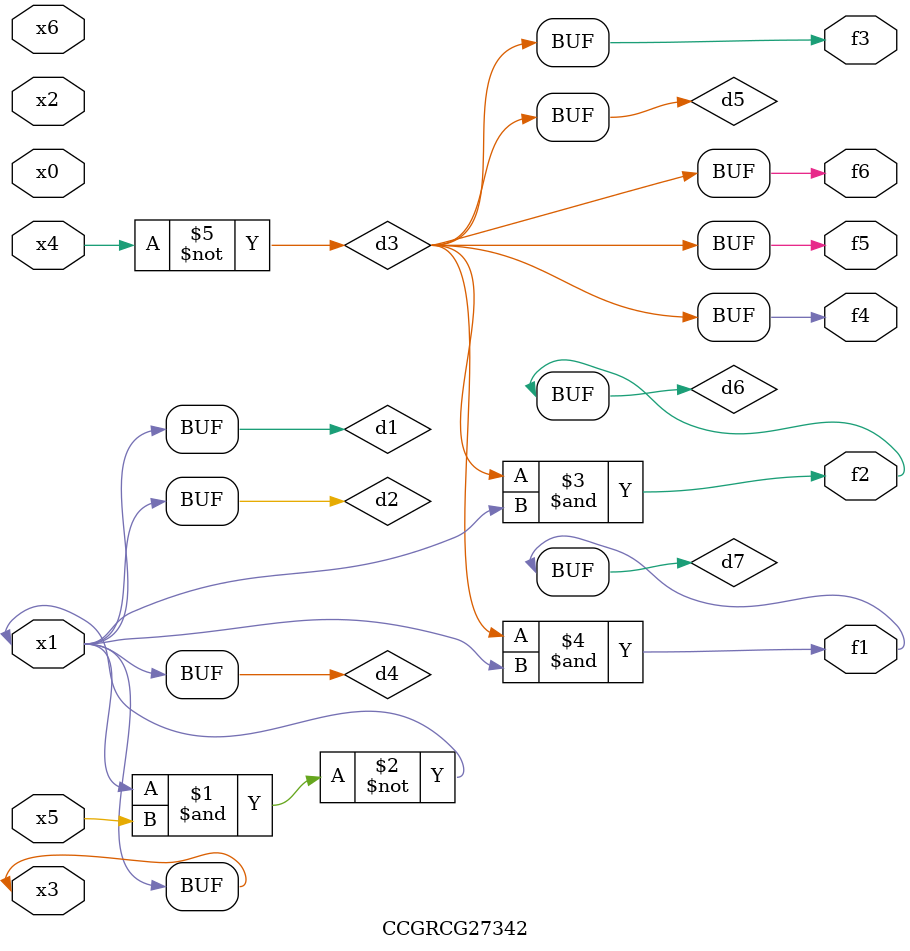
<source format=v>
module CCGRCG27342(
	input x0, x1, x2, x3, x4, x5, x6,
	output f1, f2, f3, f4, f5, f6
);

	wire d1, d2, d3, d4, d5, d6, d7;

	buf (d1, x1, x3);
	nand (d2, x1, x5);
	not (d3, x4);
	buf (d4, d1, d2);
	buf (d5, d3);
	and (d6, d3, d4);
	and (d7, d3, d4);
	assign f1 = d7;
	assign f2 = d6;
	assign f3 = d5;
	assign f4 = d5;
	assign f5 = d5;
	assign f6 = d5;
endmodule

</source>
